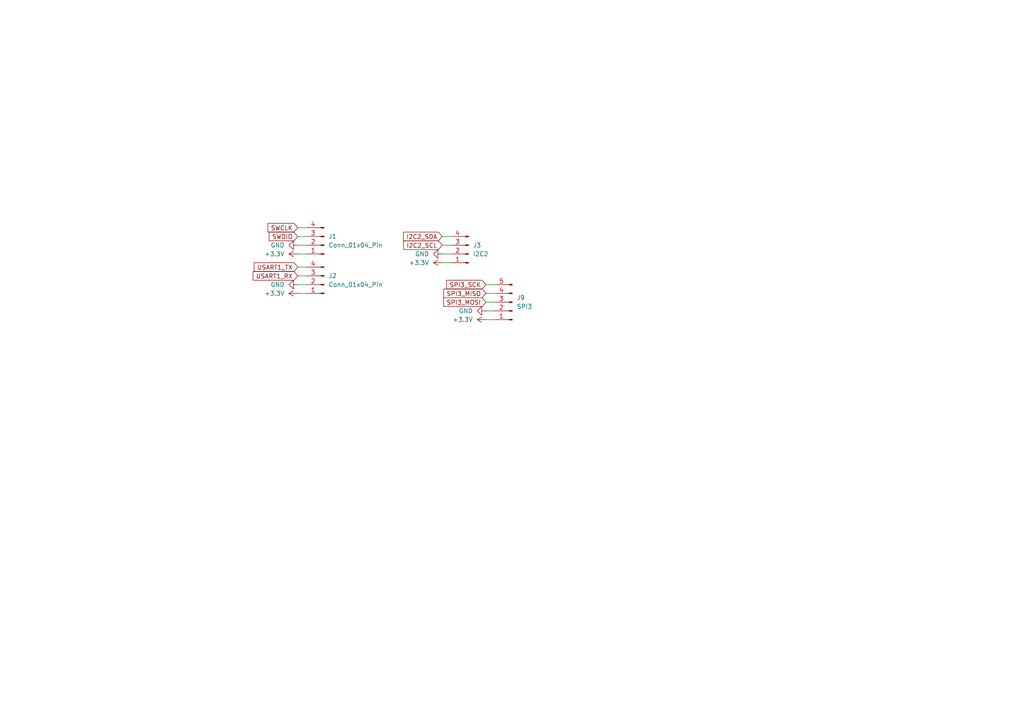
<source format=kicad_sch>
(kicad_sch (version 20231120) (generator "eeschema") (generator_version "8.0")
  (paper "A4")
  (lib_symbols
    (symbol "Connector:Conn_01x04_Pin" (pin_names (offset 1.016) hide)
      (property "Reference" "J" (at 0 5.08 0))
      (property "Value" "Conn_01x04_Pin" (at 0 -7.62 0))
      (symbol "Conn_01x04_Pin_1_1"
        (polyline (pts (xy 1.27 -5.08) (xy 0.8636 -5.08)) (stroke (width 0.1524)))
        (polyline (pts (xy 1.27 -2.54) (xy 0.8636 -2.54)) (stroke (width 0.1524)))
        (polyline (pts (xy 1.27 0) (xy 0.8636 0)) (stroke (width 0.1524)))
        (polyline (pts (xy 1.27 2.54) (xy 0.8636 2.54)) (stroke (width 0.1524)))
        (rectangle (start 0.8636 -4.953) (end 0 -5.207) (stroke (width 0.1524)) (fill (type outline)))
        (rectangle (start 0.8636 -2.413) (end 0 -2.667) (stroke (width 0.1524)) (fill (type outline)))
        (rectangle (start 0.8636 0.127) (end 0 -0.127) (stroke (width 0.1524)) (fill (type outline)))
        (rectangle (start 0.8636 2.667) (end 0 2.413) (stroke (width 0.1524)) (fill (type outline)))
        (pin passive line (at 5.08 2.54 180) (length 3.81) (name "Pin_1") (number "1"))
        (pin passive line (at 5.08 0 180) (length 3.81) (name "Pin_2") (number "2"))
        (pin passive line (at 5.08 -2.54 180) (length 3.81) (name "Pin_3") (number "3"))
        (pin passive line (at 5.08 -5.08 180) (length 3.81) (name "Pin_4") (number "4"))
      )
    )
    (symbol "Connector:Conn_01x05_Pin" (pin_names (offset 1.016) hide)
      (property "Reference" "J" (at 0 7.62 0))
      (property "Value" "Conn_01x05_Pin" (at 0 -7.62 0))
      (symbol "Conn_01x05_Pin_1_1"
        (polyline (pts (xy 1.27 -5.08) (xy 0.8636 -5.08)) (stroke (width 0.1524)))
        (polyline (pts (xy 1.27 -2.54) (xy 0.8636 -2.54)) (stroke (width 0.1524)))
        (polyline (pts (xy 1.27 0) (xy 0.8636 0)) (stroke (width 0.1524)))
        (polyline (pts (xy 1.27 2.54) (xy 0.8636 2.54)) (stroke (width 0.1524)))
        (polyline (pts (xy 1.27 5.08) (xy 0.8636 5.08)) (stroke (width 0.1524)))
        (rectangle (start 0.8636 -4.953) (end 0 -5.207) (stroke (width 0.1524)) (fill (type outline)))
        (rectangle (start 0.8636 -2.413) (end 0 -2.667) (stroke (width 0.1524)) (fill (type outline)))
        (rectangle (start 0.8636 0.127) (end 0 -0.127) (stroke (width 0.1524)) (fill (type outline)))
        (rectangle (start 0.8636 2.667) (end 0 2.413) (stroke (width 0.1524)) (fill (type outline)))
        (rectangle (start 0.8636 5.207) (end 0 4.953) (stroke (width 0.1524)) (fill (type outline)))
        (pin passive line (at 5.08 5.08 180) (length 3.81) (name "Pin_1") (number "1"))
        (pin passive line (at 5.08 2.54 180) (length 3.81) (name "Pin_2") (number "2"))
        (pin passive line (at 5.08 0 180) (length 3.81) (name "Pin_3") (number "3"))
        (pin passive line (at 5.08 -2.54 180) (length 3.81) (name "Pin_4") (number "4"))
        (pin passive line (at 5.08 -5.08 180) (length 3.81) (name "Pin_5") (number "5"))
      )
    )
    (symbol "power:+3.3V" (power) (pin_numbers hide) (pin_names (offset 0) hide)
      (property "Value" "+3.3V" (at 0 3.556 0))
      (symbol "+3.3V_0_1"
        (polyline (pts (xy -0.762 1.27) (xy 0 2.54)))
        (polyline (pts (xy 0 0) (xy 0 2.54)))
        (polyline (pts (xy 0 2.54) (xy 0.762 1.27)))
      )
      (symbol "+3.3V_1_1"
        (pin power_in line (at 0 0 90) (length 0) (name "~") (number "1"))
      )
    )
    (symbol "power:GND" (power) (pin_numbers hide) (pin_names (offset 0) hide)
      (property "Value" "GND" (at 0 -3.81 0))
      (symbol "GND_0_1"
        (polyline (pts (xy 0 0) (xy 0 -1.27) (xy 1.27 -1.27) (xy 0 -2.54) (xy -1.27 -1.27) (xy 0 -1.27)))
      )
      (symbol "GND_1_1"
        (pin power_in line (at 0 0 270) (length 0) (name "~") (number "1"))
      )
    )
  )
  (wire (pts (xy 128.27 71.12) (xy 130.81 71.12)))
  (wire (pts (xy 86.36 77.47) (xy 88.9 77.47)))
  (wire (pts (xy 143.51 82.55) (xy 140.97 82.55)))
  (wire (pts (xy 86.36 68.58) (xy 88.9 68.58)))
  (wire (pts (xy 143.51 87.63) (xy 140.97 87.63)))
  (wire (pts (xy 86.36 66.04) (xy 88.9 66.04)))
  (wire (pts (xy 86.36 82.55) (xy 88.9 82.55)))
  (wire (pts (xy 86.36 73.66) (xy 88.9 73.66)))
  (wire (pts (xy 128.27 76.2) (xy 130.81 76.2)))
  (wire (pts (xy 128.27 68.58) (xy 130.81 68.58)))
  (wire (pts (xy 143.51 90.17) (xy 140.97 90.17)))
  (wire (pts (xy 128.27 73.66) (xy 130.81 73.66)))
  (wire (pts (xy 143.51 92.71) (xy 140.97 92.71)))
  (wire (pts (xy 86.36 80.01) (xy 88.9 80.01)))
  (wire (pts (xy 86.36 71.12) (xy 88.9 71.12)))
  (wire (pts (xy 143.51 85.09) (xy 140.97 85.09)))
  (wire (pts (xy 86.36 85.09) (xy 88.9 85.09)))
  (global_label "I2C2_SDA" (shape input) (at 128.27 68.58 180) (property "Intersheetrefs" "${INTERSHEET_REFS}" (effects (hide yes))))
  (global_label "USART1_TX" (shape input) (at 86.36 77.47 180) (property "Intersheetrefs" "${INTERSHEET_REFS}" (effects (hide yes))))
  (global_label "SPI3_MISO" (shape input) (at 140.97 85.09 180) (property "Intersheetrefs" "${INTERSHEET_REFS}" (effects (hide yes))))
  (global_label "USART1_RX" (shape input) (at 86.36 80.01 180) (property "Intersheetrefs" "${INTERSHEET_REFS}" (effects (hide yes))))
  (global_label "SWDIO" (shape input) (at 86.36 68.58 180) (property "Intersheetrefs" "${INTERSHEET_REFS}" (effects (hide yes))))
  (global_label "SWCLK" (shape input) (at 86.36 66.04 180) (property "Intersheetrefs" "${INTERSHEET_REFS}" (effects (hide yes))))
  (global_label "SPI3_SCK" (shape input) (at 140.97 82.55 180) (property "Intersheetrefs" "${INTERSHEET_REFS}" (effects (hide yes))))
  (global_label "SPI3_MOSI" (shape input) (at 140.97 87.63 180) (property "Intersheetrefs" "${INTERSHEET_REFS}" (effects (hide yes))))
  (global_label "I2C2_SCL" (shape input) (at 128.27 71.12 180) (property "Intersheetrefs" "${INTERSHEET_REFS}" (effects (hide yes))))
  (symbol (lib_id "power:+3.3V") (at 86.36 73.66 90) (unit 1)
    (property "Reference" "#PWR09" (effects (hide yes)))
    (property "Value" "+3.3V" (at 82.55 73.6599 90) (effects (justify left)))
    (property "Description" "Power symbol creates a global label with name \"+3.3V\"" (effects (hide yes)))
  )
  (symbol (lib_id "power:+3.3V") (at 128.27 76.2 90) (unit 1)
    (property "Reference" "#PWR017" (effects (hide yes)))
    (property "Value" "+3.3V" (at 124.46 76.1999 90) (effects (justify left)))
    (property "Description" "Power symbol creates a global label with name \"+3.3V\"" (effects (hide yes)))
  )
  (symbol (lib_id "Connector:Conn_01x05_Pin") (at 148.59 87.63 180) (unit 1)
    (property "Reference" "J9" (at 149.86 86.3599 0) (effects (justify right)))
    (property "Value" "SPI3" (at 149.86 88.8999 0) (effects (justify right)))
    (property "Footprint" "Connector_PinHeader_2.54mm:PinHeader_1x05_P2.54mm_Vertical" (effects (hide yes)))
    (property "Description" "Generic connector, single row, 01x05, script generated" (effects (hide yes)))
  )
  (symbol (lib_id "power:GND") (at 86.36 71.12 270) (unit 1)
    (property "Reference" "#PWR08" (effects (hide yes)))
    (property "Value" "GND" (at 82.55 71.1199 90) (effects (justify right)))
    (property "Description" "Power symbol creates a global label with name \"GND\" , ground" (effects (hide yes)))
  )
  (symbol (lib_id "power:GND") (at 128.27 73.66 270) (unit 1)
    (property "Reference" "#PWR016" (effects (hide yes)))
    (property "Value" "GND" (at 124.46 73.6599 90) (effects (justify right)))
    (property "Description" "Power symbol creates a global label with name \"GND\" , ground" (effects (hide yes)))
  )
  (symbol (lib_id "power:+3.3V") (at 86.36 85.09 90) (unit 1)
    (property "Reference" "#PWR015" (effects (hide yes)))
    (property "Value" "+3.3V" (at 82.55 85.0899 90) (effects (justify left)))
    (property "Description" "Power symbol creates a global label with name \"+3.3V\"" (effects (hide yes)))
  )
  (symbol (lib_id "power:GND") (at 140.97 90.17 270) (unit 1)
    (property "Reference" "#PWR018" (effects (hide yes)))
    (property "Value" "GND" (at 137.16 90.1699 90) (effects (justify right)))
    (property "Description" "Power symbol creates a global label with name \"GND\" , ground" (effects (hide yes)))
  )
  (symbol (lib_id "Connector:Conn_01x04_Pin") (at 93.98 82.55 180) (unit 1)
    (property "Reference" "J2" (at 95.25 80.0099 0) (effects (justify right)))
    (property "Value" "Conn_01x04_Pin" (at 95.25 82.5499 0) (effects (justify right)))
    (property "Footprint" "Connector_PinHeader_2.54mm:PinHeader_1x04_P2.54mm_Vertical" (effects (hide yes)))
    (property "Description" "Generic connector, single row, 01x04, script generated" (effects (hide yes)))
  )
  (symbol (lib_id "Connector:Conn_01x04_Pin") (at 135.89 73.66 180) (unit 1)
    (property "Reference" "J3" (at 137.16 71.1199 0) (effects (justify right)))
    (property "Value" "I2C2" (at 137.16 73.6599 0) (effects (justify right)))
    (property "Footprint" "Connector_PinHeader_2.54mm:PinHeader_1x04_P2.54mm_Vertical" (effects (hide yes)))
    (property "Description" "Generic connector, single row, 01x04, script generated" (effects (hide yes)))
  )
  (symbol (lib_id "Connector:Conn_01x04_Pin") (at 93.98 71.12 180) (unit 1)
    (property "Reference" "J1" (at 95.25 68.5799 0) (effects (justify right)))
    (property "Value" "Conn_01x04_Pin" (at 95.25 71.1199 0) (effects (justify right)))
    (property "Footprint" "Connector_PinHeader_2.54mm:PinHeader_1x04_P2.54mm_Vertical" (effects (hide yes)))
    (property "Description" "Generic connector, single row, 01x04, script generated" (effects (hide yes)))
  )
  (symbol (lib_id "power:+3.3V") (at 140.97 92.71 90) (unit 1)
    (property "Reference" "#PWR027" (effects (hide yes)))
    (property "Value" "+3.3V" (at 137.16 92.7099 90) (effects (justify left)))
    (property "Description" "Power symbol creates a global label with name \"+3.3V\"" (effects (hide yes)))
  )
  (symbol (lib_id "power:GND") (at 86.36 82.55 270) (unit 1)
    (property "Reference" "#PWR014" (effects (hide yes)))
    (property "Value" "GND" (at 82.55 82.5499 90) (effects (justify right)))
    (property "Description" "Power symbol creates a global label with name \"GND\" , ground" (effects (hide yes)))
  )
)
</source>
